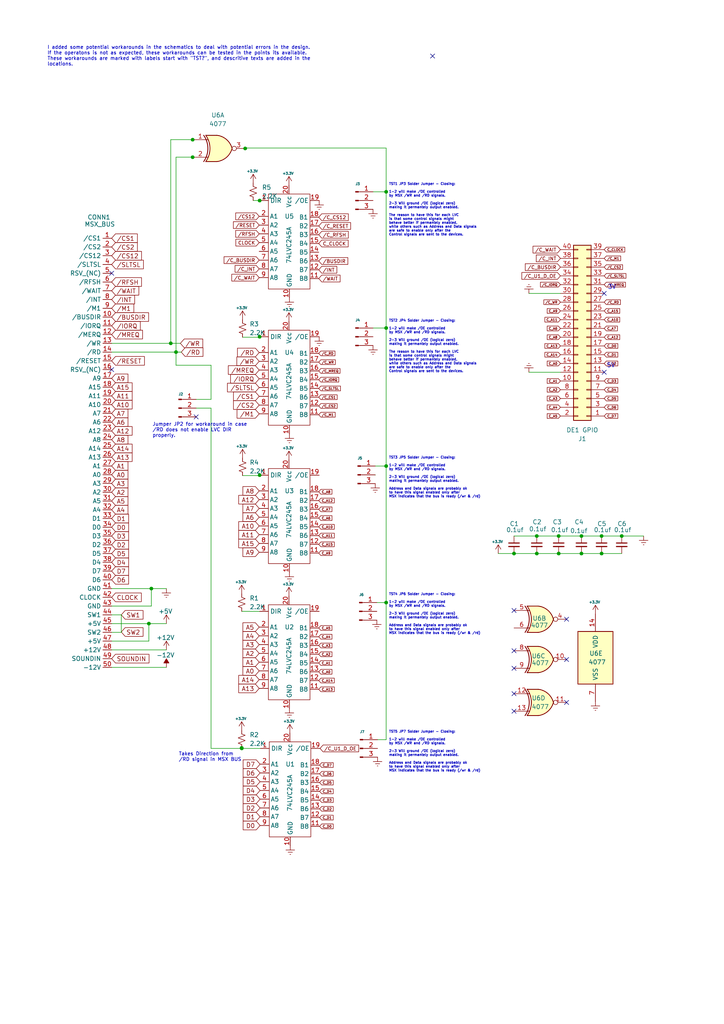
<source format=kicad_sch>
(kicad_sch (version 20211123) (generator eeschema)
  (paper "A4" portrait)
  (title_block (title "MSX IDC Adapter") (rev "1.0") (company "RCC") (comment 1 "to 3.3v systems with voltage conversion") (comment 2 "Cartridge for MSX Computers that expose the BUS"))
  (junction (at 155.702 155.448))
  (junction (at 71.1224 43.051))
  (junction (at 168.656 155.448))
  (junction (at 55.8824 40.511))
  (junction (at 162.052 155.448))
  (junction (at 43.18 180.848))
  (junction (at 162.052 160.528))
  (junction (at 180.34 155.448))
  (junction (at 75.311 58.166))
  (junction (at 70.116 216.916))
  (junction (at 112.014 95.123))
  (junction (at 174.498 155.448))
  (junction (at 70.116 217.043))
  (junction (at 49.53 99.568))
  (junction (at 75.311 97.663))
  (junction (at 55.8824 45.591))
  (junction (at 51.054 102.108))
  (junction (at 155.702 160.528))
  (junction (at 112.014 55.626))
  (junction (at 75.311 137.795))
  (junction (at 149.098 160.528))
  (junction (at 112.014 135.1588))
  (junction (at 174.498 160.528))
  (junction (at 70.104 216.916))
  (junction (at 43.9077 170.688))
  (junction (at 112.014 174.752))
  (junction (at 168.656 160.528))
  (no_connect (at 164.338 191.262))
  (no_connect (at 164.338 203.708))
  (no_connect (at 164.338 179.578))
  (no_connect (at 149.098 188.722))
  (no_connect (at 149.098 177.038))
  (no_connect (at 149.098 193.802))
  (no_connect (at 149.098 201.168))
  (no_connect (at 149.098 206.248))
  (no_connect (at 125.476 16.256))
  (no_connect (at 56.896 120.904))
  (no_connect (at 175.26 107.95))
  (no_connect (at 32.385 79.248))
  (no_connect (at 32.385 107.188))
  (no_connect (at 175.26 85.09))
  (wire (pts (xy 70.116 216.916) (xy 70.104 216.916)))
  (wire (pts (xy 43.18 180.848) (xy 43.18 185.928)))
  (wire (pts (xy 49.53 40.4961) (xy 49.53 99.568)))
  (wire (pts (xy 71.1224 42.926) (xy 71.1224 43.051)))
  (wire (pts (xy 168.656 155.448) (xy 174.498 155.448)))
  (wire (pts (xy 108.847 137.795) (xy 108.847 137.6988)))
  (wire (pts (xy 75.311 137.922) (xy 75.311 137.795)))
  (wire (pts (xy 43.9077 175.768) (xy 43.9077 170.688)))
  (wire (pts (xy 43.9077 170.688) (xy 48.26 170.688)))
  (wire (pts (xy 70.116 217.043) (xy 61.214 217.043)))
  (wire (pts (xy 174.498 160.528) (xy 180.34 160.528)))
  (wire (pts (xy 108.847 135.1588) (xy 112.014 135.1588)))
  (wire (pts (xy 70.116 217.043) (xy 70.116 216.916)))
  (wire (pts (xy 162.052 155.448) (xy 168.656 155.448)))
  (wire (pts (xy 51.054 105.918) (xy 51.054 102.108)))
  (wire (pts (xy 108.204 55.626) (xy 112.014 55.626)))
  (wire (pts (xy 49.53 40.4961) (xy 55.8824 40.4961)))
  (wire (pts (xy 168.656 160.528) (xy 174.498 160.528)))
  (wire (pts (xy 149.098 155.448) (xy 155.702 155.448)))
  (wire (pts (xy 162.56 107.95) (xy 153.416 107.95)))
  (wire (pts (xy 51.054 102.108) (xy 52.578 102.108)))
  (wire (pts (xy 155.702 155.448) (xy 162.052 155.448)))
  (wire (pts (xy 55.8824 45.5761) (xy 55.8824 45.591)))
  (wire (pts (xy 112.014 42.926) (xy 71.1224 42.926)))
  (wire (pts (xy 112.014 214.503) (xy 109.5184 214.503)))
  (wire (pts (xy 32.385 193.548) (xy 48.26 193.548)))
  (wire (pts (xy 55.8824 40.4961) (xy 55.8824 40.511)))
  (wire (pts (xy 51.054 45.5761) (xy 55.8824 45.5761)))
  (wire (pts (xy 56.896 118.364) (xy 61.214 118.364)))
  (wire (pts (xy 32.385 188.468) (xy 48.26 188.468)))
  (wire (pts (xy 162.56 85.09) (xy 153.416 85.09)))
  (wire (pts (xy 35.1862 183.388) (xy 32.385 183.388)))
  (wire (pts (xy 174.498 155.448) (xy 180.34 155.448)))
  (wire (pts (xy 51.054 45.5761) (xy 51.054 102.108)))
  (wire (pts (xy 32.385 178.308) (xy 35.1862 178.308)))
  (wire (pts (xy 32.385 99.568) (xy 49.53 99.568)))
  (wire (pts (xy 112.014 135.1588) (xy 112.014 174.752)))
  (wire (pts (xy 43.18 180.848) (xy 48.26 180.848)))
  (wire (pts (xy 180.34 155.448) (xy 186.69 155.448)))
  (wire (pts (xy 61.214 115.824) (xy 61.214 105.918)))
  (wire (pts (xy 112.014 42.926) (xy 112.014 55.626)))
  (wire (pts (xy 109.3105 174.752) (xy 112.014 174.752)))
  (wire (pts (xy 112.014 95.123) (xy 112.014 135.1588)))
  (wire (pts (xy 155.702 160.528) (xy 162.052 160.528)))
  (wire (pts (xy 32.385 175.768) (xy 43.9077 175.768)))
  (wire (pts (xy 70.104 177.292) (xy 75.311 177.292)))
  (wire (pts (xy 32.385 170.688) (xy 43.9077 170.688)))
  (wire (pts (xy 32.385 185.928) (xy 43.18 185.928)))
  (wire (pts (xy 108.204 95.123) (xy 112.014 95.123)))
  (wire (pts (xy 112.014 174.752) (xy 112.014 214.503)))
  (wire (pts (xy 49.53 99.568) (xy 52.324 99.568)))
  (wire (pts (xy 32.385 180.848) (xy 43.18 180.848)))
  (wire (pts (xy 75.311 97.79) (xy 75.311 97.663)))
  (wire (pts (xy 75.565 217.043) (xy 70.116 217.043)))
  (wire (pts (xy 144.526 160.528) (xy 149.098 160.528)))
  (wire (pts (xy 35.1862 178.308) (xy 35.1862 183.388)))
  (wire (pts (xy 75.311 58.1557) (xy 75.311 58.166)))
  (wire (pts (xy 61.214 105.918) (xy 51.054 105.918)))
  (wire (pts (xy 149.098 160.528) (xy 155.702 160.528)))
  (wire (pts (xy 70.358 97.79) (xy 75.311 97.79)))
  (wire (pts (xy 61.214 118.364) (xy 61.214 217.043)))
  (wire (pts (xy 73.4493 58.1557) (xy 75.311 58.1557)))
  (wire (pts (xy 70.358 137.922) (xy 75.311 137.922)))
  (wire (pts (xy 56.896 115.824) (xy 61.214 115.824)))
  (wire (pts (xy 32.385 102.108) (xy 51.054 102.108)))
  (wire (pts (xy 112.014 55.626) (xy 112.014 95.123)))
  (wire (pts (xy 162.052 160.528) (xy 168.656 160.528)))
  (text "I added some potential workarounds in the schematics to deal with potential errors in the design.\nIf the operatons is not as expected, these workarounds can be tested in the points its available.\nThese workarounds are marked with labels start with \"TST?\", and descritive texts are added in the\nlocations." (at 13.716 19.304 0) (effects (font (size 1 1)) (justify left bottom)))
  (text "TST4 JP6 Solder Jumper - Closing:\n\n1-2 will make /OE controlled\nby MSX /WR and /RD signals.\n\n2-3 Will ground /OE (logical zero)\nmaking it permantely output enabled.\n\nAddress and Data signals are probably ok\nto have this signal enabled only after \nMSX indicates that the bus is ready (/wr & /rd)" (at 112.776 184.15 0) (effects (font (size 0.7 0.7)) (justify left bottom)))
  (text "TST1 JP3 Solder Jumper - Closing:\n\n1-2 will make /OE controlled\nby MSX /WR and /RD signals.\n\n2-3 Will ground /OE (logical zero)\nmaking it permantely output enabled.\n\nThe reason to have this for each LVC \nis that some control signals might \nbehave better if permantely enabled,\nwhile others such as Address and Data signals\nare safe to enable only after the \nControl signals are sent to the devices." (at 112.776 68.58 0) (effects (font (size 0.7 0.7)) (justify left bottom)))
  (text "TST3 JP5 Solder Jumper - Closing:\n\n1-2 will make /OE controlled\nby MSX /WR and /RD signals.\n\n2-3 Will ground /OE (logical zero)\nmaking it permantely output enabled.\n\nAddress and Data signals are probably ok\nto have this signal enabled only after \nMSX indicates that the bus is ready (/wr & /rd)" (at 112.776 144.526 0) (effects (font (size 0.7 0.7)) (justify left bottom)))
  (text "TST2 JP4 Solder Jumper - Closing:\n\n1-2 will make /OE controlled\nby MSX /WR and /RD signals.\n\n2-3 Will ground /OE (logical zero)\nmaking it permantely output enabled.\n\nThe reason to have this for each LVC \nis that some control signals might \nbehave better if permantely enabled,\nwhile others such as Address and Data signals\nare safe to enable only after the \nControl signals are sent to the devices." (at 112.776 108.204 0) (effects (font (size 0.7 0.7)) (justify left bottom)))
  (text "Jumper JP2 for workaround in case\n/RD does not enable LVC DIR\nproperly." (at 44.196 127 0) (effects (font (size 1 1)) (justify left bottom)))
  (text "Takes Direction from \n/RD signal in MSX BUS" (at 51.816 220.98 0) (effects (font (size 1 1)) (justify left bottom)))
  (text "3V" (at 178.7663 84.1173 180) (effects (font (size 1.27 1.27)) (justify right bottom)))
  (text "TST5 JP7 Solder Jumper - Closing:\n\n1-2 will make /OE controlled\nby MSX /WR and /RD signals.\n\n2-3 Will ground /OE (logical zero)\nmaking it permantely output enabled.\n\nAddress and Data signals are probably ok\nto have this signal enabled only after \nMSX indicates that the bus is ready (/wr & /rd)" (at 112.776 224.028 0) (effects (font (size 0.7 0.7)) (justify left bottom)))
  (text "5V" (at 178.4689 106.8484 180) (effects (font (size 1.27 1.27)) (justify right bottom)))
  (global_label "C_D5" (shape input) (at 175.26 115.57 0) (effects (font (size 0.7 0.7))) (property "Intersheet References" "${INTERSHEET_REFS}" (effects hide)))
  (global_label "{slash}C_SLTSL" (shape input) (at 175.26 80.01 0) (effects (font (size 0.7 0.7))) (property "Intersheet References" "${INTERSHEET_REFS}" (effects hide)))
  (global_label "{slash}C_RFSH" (shape input) (at 92.456 68.072 0) (effects (font (size 1 1))) (property "Intersheet References" "${INTERSHEET_REFS}" (effects hide)))
  (global_label "D4" (shape input) (at 32.385 163.068 0) (property "Intersheet References" "${INTERSHEET_REFS}" (effects hide)))
  (global_label "A9" (shape input) (at 75.184 160.147 180) (property "Intersheet References" "${INTERSHEET_REFS}" (effects hide)))
  (global_label "{slash}MREQ" (shape input) (at 75.184 107.315 180) (property "Intersheet References" "${INTERSHEET_REFS}" (effects hide)))
  (global_label "{slash}C_RD" (shape input) (at 92.456 102.489 0) (effects (font (size 0.7 0.7))) (property "Intersheet References" "${INTERSHEET_REFS}" (effects hide)))
  (global_label "{slash}C_WAIT" (shape input) (at 75.184 80.518 180) (effects (font (size 1 1))) (property "Intersheet References" "${INTERSHEET_REFS}" (effects hide)))
  (global_label "C_A13" (shape input) (at 92.456 199.898 0) (effects (font (size 0.7 0.7))) (property "Intersheet References" "${INTERSHEET_REFS}" (effects hide)))
  (global_label "{slash}C_CS1" (shape input) (at 92.456 115.189 0) (effects (font (size 0.7 0.7))) (property "Intersheet References" "${INTERSHEET_REFS}" (effects hide)))
  (global_label "{slash}C_M1" (shape input) (at 175.26 74.93 0) (effects (font (size 0.7 0.7))) (property "Intersheet References" "${INTERSHEET_REFS}" (effects hide)))
  (global_label "A11" (shape input) (at 32.385 114.808 0) (property "Intersheet References" "${INTERSHEET_REFS}" (effects hide)))
  (global_label "C_A6" (shape input) (at 92.456 150.241 0) (effects (font (size 0.7 0.7))) (property "Intersheet References" "${INTERSHEET_REFS}" (effects hide)))
  (global_label "C_A7" (shape input) (at 175.26 95.25 0) (effects (font (size 0.7 0.7))) (property "Intersheet References" "${INTERSHEET_REFS}" (effects hide)))
  (global_label "{slash}C_INT" (shape input) (at 75.184 77.978 180) (effects (font (size 1 1))) (property "Intersheet References" "${INTERSHEET_REFS}" (effects hide)))
  (global_label "C_A4" (shape input) (at 162.56 118.11 180) (effects (font (size 0.7 0.7))) (property "Intersheet References" "${INTERSHEET_REFS}" (effects hide)))
  (global_label "{slash}WAIT" (shape input) (at 32.385 84.328 0) (property "Intersheet References" "${INTERSHEET_REFS}" (effects hide)))
  (global_label "{slash}C_CS2" (shape input) (at 175.26 77.47 0) (effects (font (size 0.7 0.7))) (property "Intersheet References" "${INTERSHEET_REFS}" (effects hide)))
  (global_label "D5" (shape input) (at 32.385 160.528 0) (property "Intersheet References" "${INTERSHEET_REFS}" (effects hide)))
  (global_label "D5" (shape input) (at 75.438 226.695 180) (property "Intersheet References" "${INTERSHEET_REFS}" (effects hide)))
  (global_label "C_A0" (shape input) (at 162.56 105.41 180) (effects (font (size 0.7 0.7))) (property "Intersheet References" "${INTERSHEET_REFS}" (effects hide)))
  (global_label "C_A2" (shape input) (at 162.56 113.03 180) (effects (font (size 0.7 0.7))) (property "Intersheet References" "${INTERSHEET_REFS}" (effects hide)))
  (global_label "A13" (shape input) (at 32.385 132.588 0) (property "Intersheet References" "${INTERSHEET_REFS}" (effects hide)))
  (global_label "C_D0" (shape input) (at 92.71 239.649 0) (effects (font (size 0.7 0.7))) (property "Intersheet References" "${INTERSHEET_REFS}" (effects hide)))
  (global_label "C_D0" (shape input) (at 175.26 100.33 0) (effects (font (size 0.7 0.7))) (property "Intersheet References" "${INTERSHEET_REFS}" (effects hide)))
  (global_label "{slash}C_SLTSL" (shape input) (at 92.456 112.649 0) (effects (font (size 0.7 0.7))) (property "Intersheet References" "${INTERSHEET_REFS}" (effects hide)))
  (global_label "{slash}MREQ" (shape input) (at 32.385 97.028 0) (property "Intersheet References" "${INTERSHEET_REFS}" (effects hide)))
  (global_label "{slash}RFSH" (shape input) (at 75.184 67.818 180) (effects (font (size 1 1))) (property "Intersheet References" "${INTERSHEET_REFS}" (effects hide)))
  (global_label "{slash}C_U1_D_OE" (shape input) (at 162.56 80.01 180) (effects (font (size 1 1))) (property "Intersheet References" "${INTERSHEET_REFS}" (effects hide)))
  (global_label "C_D7" (shape input) (at 92.71 221.869 0) (effects (font (size 0.7 0.7))) (property "Intersheet References" "${INTERSHEET_REFS}" (effects hide)))
  (global_label "{slash}CS2" (shape input) (at 32.385 71.628 0) (property "Intersheet References" "${INTERSHEET_REFS}" (effects hide)))
  (global_label "D7" (shape input) (at 32.385 165.608 0) (property "Intersheet References" "${INTERSHEET_REFS}" (effects hide)))
  (global_label "A5" (shape input) (at 32.385 145.288 0) (property "Intersheet References" "${INTERSHEET_REFS}" (effects hide)))
  (global_label "{slash}C_WR" (shape input) (at 92.456 105.029 0) (effects (font (size 0.7 0.7))) (property "Intersheet References" "${INTERSHEET_REFS}" (effects hide)))
  (global_label "{slash}C_IORQ" (shape input) (at 162.56 82.55 180) (effects (font (size 0.7 0.7))) (property "Intersheet References" "${INTERSHEET_REFS}" (effects hide)))
  (global_label "C_A12" (shape input) (at 92.456 145.161 0) (effects (font (size 0.7 0.7))) (property "Intersheet References" "${INTERSHEET_REFS}" (effects hide)))
  (global_label "A1" (shape input) (at 75.184 192.024 180) (property "Intersheet References" "${INTERSHEET_REFS}" (effects hide)))
  (global_label "C_A10" (shape input) (at 175.26 92.71 0) (effects (font (size 0.7 0.7))) (property "Intersheet References" "${INTERSHEET_REFS}" (effects hide)))
  (global_label "C_A9" (shape input) (at 162.56 90.17 180) (effects (font (size 0.7 0.7))) (property "Intersheet References" "${INTERSHEET_REFS}" (effects hide)))
  (global_label "{slash}RD" (shape input) (at 52.578 102.108 0) (property "Intersheet References" "${INTERSHEET_REFS}" (effects hide)))
  (global_label "A7" (shape input) (at 32.385 119.888 0) (property "Intersheet References" "${INTERSHEET_REFS}" (effects hide)))
  (global_label "{slash}C_BUSDIR" (shape input) (at 75.184 75.438 180) (effects (font (size 1 1))) (property "Intersheet References" "${INTERSHEET_REFS}" (effects hide)))
  (global_label "{slash}C_WR" (shape input) (at 162.56 87.63 180) (effects (font (size 0.7 0.7))) (property "Intersheet References" "${INTERSHEET_REFS}" (effects hide)))
  (global_label "A10" (shape input) (at 75.184 152.527 180) (property "Intersheet References" "${INTERSHEET_REFS}" (effects hide)))
  (global_label "{slash}CS2" (shape input) (at 75.184 117.475 180) (property "Intersheet References" "${INTERSHEET_REFS}" (effects hide)))
  (global_label "C_D5" (shape input) (at 92.71 226.949 0) (effects (font (size 0.7 0.7))) (property "Intersheet References" "${INTERSHEET_REFS}" (effects hide)))
  (global_label "C_A8" (shape input) (at 92.456 142.621 0) (effects (font (size 0.7 0.7))) (property "Intersheet References" "${INTERSHEET_REFS}" (effects hide)))
  (global_label "C_A8" (shape input) (at 162.56 97.79 180) (effects (font (size 0.7 0.7))) (property "Intersheet References" "${INTERSHEET_REFS}" (effects hide)))
  (global_label "D6" (shape input) (at 75.438 224.155 180) (property "Intersheet References" "${INTERSHEET_REFS}" (effects hide)))
  (global_label "D3" (shape input) (at 75.438 231.775 180) (property "Intersheet References" "${INTERSHEET_REFS}" (effects hide)))
  (global_label "D0" (shape input) (at 75.438 239.395 180) (property "Intersheet References" "${INTERSHEET_REFS}" (effects hide)))
  (global_label "C_A15" (shape input) (at 175.26 90.17 0) (effects (font (size 0.7 0.7))) (property "Intersheet References" "${INTERSHEET_REFS}" (effects hide)))
  (global_label "SW1" (shape input) (at 35.1862 178.308 0) (property "Intersheet References" "${INTERSHEET_REFS}" (effects hide)))
  (global_label "C_D2" (shape input) (at 92.71 234.569 0) (effects (font (size 0.7 0.7))) (property "Intersheet References" "${INTERSHEET_REFS}" (effects hide)))
  (global_label "C_CLOCK" (shape input) (at 92.456 70.612 0) (effects (font (size 1 1))) (property "Intersheet References" "${INTERSHEET_REFS}" (effects hide)))
  (global_label "A9" (shape input) (at 32.385 109.728 0) (property "Intersheet References" "${INTERSHEET_REFS}" (effects hide)))
  (global_label "C_A3" (shape input) (at 162.56 115.57 180) (effects (font (size 0.7 0.7))) (property "Intersheet References" "${INTERSHEET_REFS}" (effects hide)))
  (global_label "A15" (shape input) (at 75.184 157.607 180) (property "Intersheet References" "${INTERSHEET_REFS}" (effects hide)))
  (global_label "C_D3" (shape input) (at 175.26 110.49 0) (effects (font (size 0.7 0.7))) (property "Intersheet References" "${INTERSHEET_REFS}" (effects hide)))
  (global_label "A12" (shape input) (at 32.385 124.968 0) (property "Intersheet References" "${INTERSHEET_REFS}" (effects hide)))
  (global_label "C_A6" (shape input) (at 162.56 95.25 180) (effects (font (size 0.7 0.7))) (property "Intersheet References" "${INTERSHEET_REFS}" (effects hide)))
  (global_label "C_A12" (shape input) (at 175.26 97.79 0) (effects (font (size 0.7 0.7))) (property "Intersheet References" "${INTERSHEET_REFS}" (effects hide)))
  (global_label "CLOCK" (shape input) (at 75.184 70.358 180) (effects (font (size 1 1))) (property "Intersheet References" "${INTERSHEET_REFS}" (effects hide)))
  (global_label "{slash}INT" (shape input) (at 92.456 78.232 0) (effects (font (size 1 1))) (property "Intersheet References" "${INTERSHEET_REFS}" (effects hide)))
  (global_label "C_A4" (shape input) (at 92.456 184.658 0) (effects (font (size 0.7 0.7))) (property "Intersheet References" "${INTERSHEET_REFS}" (effects hide)))
  (global_label "C_A2" (shape input) (at 92.456 189.738 0) (effects (font (size 0.7 0.7))) (property "Intersheet References" "${INTERSHEET_REFS}" (effects hide)))
  (global_label "{slash}C_INT" (shape input) (at 162.56 74.93 180) (effects (font (size 1 1))) (property "Intersheet References" "${INTERSHEET_REFS}" (effects hide)))
  (global_label "{slash}CS12" (shape input) (at 75.184 62.738 180) (effects (font (size 1 1))) (property "Intersheet References" "${INTERSHEET_REFS}" (effects hide)))
  (global_label "{slash}WR" (shape input) (at 75.184 104.775 180) (property "Intersheet References" "${INTERSHEET_REFS}" (effects hide)))
  (global_label "A6" (shape input) (at 75.184 149.987 180) (property "Intersheet References" "${INTERSHEET_REFS}" (effects hide)))
  (global_label "{slash}M1" (shape input) (at 32.385 89.408 0) (property "Intersheet References" "${INTERSHEET_REFS}" (effects hide)))
  (global_label "{slash}CS1" (shape input) (at 32.385 69.088 0) (property "Intersheet References" "${INTERSHEET_REFS}" (effects hide)))
  (global_label "C_D2" (shape input) (at 175.26 105.41 0) (effects (font (size 0.7 0.7))) (property "Intersheet References" "${INTERSHEET_REFS}" (effects hide)))
  (global_label "A6" (shape input) (at 32.385 122.428 0) (property "Intersheet References" "${INTERSHEET_REFS}" (effects hide)))
  (global_label "{slash}C_MREQ" (shape input) (at 175.26 82.55 0) (effects (font (size 0.7 0.7))) (property "Intersheet References" "${INTERSHEET_REFS}" (effects hide)))
  (global_label "A3" (shape input) (at 75.184 186.944 180) (property "Intersheet References" "${INTERSHEET_REFS}" (effects hide)))
  (global_label "D6" (shape input) (at 32.385 168.148 0) (property "Intersheet References" "${INTERSHEET_REFS}" (effects hide)))
  (global_label "A11" (shape input) (at 75.184 155.067 180) (property "Intersheet References" "${INTERSHEET_REFS}" (effects hide)))
  (global_label "{slash}CS12" (shape input) (at 32.385 74.168 0) (property "Intersheet References" "${INTERSHEET_REFS}" (effects hide)))
  (global_label "D0" (shape input) (at 32.385 152.908 0) (property "Intersheet References" "${INTERSHEET_REFS}" (effects hide)))
  (global_label "C_A11" (shape input) (at 92.456 155.321 0) (effects (font (size 0.7 0.7))) (property "Intersheet References" "${INTERSHEET_REFS}" (effects hide)))
  (global_label "A14" (shape input) (at 75.184 197.104 180) (property "Intersheet References" "${INTERSHEET_REFS}" (effects hide)))
  (global_label "{slash}WR" (shape input) (at 52.324 99.568 0) (property "Intersheet References" "${INTERSHEET_REFS}" (effects hide)))
  (global_label "{slash}C_MREQ" (shape input) (at 92.456 107.569 0) (effects (font (size 0.7 0.7))) (property "Intersheet References" "${INTERSHEET_REFS}" (effects hide)))
  (global_label "C_D3" (shape input) (at 92.71 232.029 0) (effects (font (size 0.7 0.7))) (property "Intersheet References" "${INTERSHEET_REFS}" (effects hide)))
  (global_label "A3" (shape input) (at 32.385 140.208 0) (property "Intersheet References" "${INTERSHEET_REFS}" (effects hide)))
  (global_label "CLOCK" (shape input) (at 32.385 173.228 0) (property "Intersheet References" "${INTERSHEET_REFS}" (effects hide)))
  (global_label "A2" (shape input) (at 32.385 142.748 0) (property "Intersheet References" "${INTERSHEET_REFS}" (effects hide)))
  (global_label "A15" (shape input) (at 32.385 112.268 0) (property "Intersheet References" "${INTERSHEET_REFS}" (effects hide)))
  (global_label "A0" (shape input) (at 75.184 194.564 180) (property "Intersheet References" "${INTERSHEET_REFS}" (effects hide)))
  (global_label "A8" (shape input) (at 75.184 142.367 180) (property "Intersheet References" "${INTERSHEET_REFS}" (effects hide)))
  (global_label "C_A0" (shape input) (at 92.456 194.818 0) (effects (font (size 0.7 0.7))) (property "Intersheet References" "${INTERSHEET_REFS}" (effects hide)))
  (global_label "D2" (shape input) (at 75.438 234.315 180) (property "Intersheet References" "${INTERSHEET_REFS}" (effects hide)))
  (global_label "A10" (shape input) (at 32.385 117.348 0) (property "Intersheet References" "${INTERSHEET_REFS}" (effects hide)))
  (global_label "A14" (shape input) (at 32.385 130.048 0) (property "Intersheet References" "${INTERSHEET_REFS}" (effects hide)))
  (global_label "{slash}C_RESET" (shape input) (at 92.456 65.532 0) (effects (font (size 1 1))) (property "Intersheet References" "${INTERSHEET_REFS}" (effects hide)))
  (global_label "A5" (shape input) (at 75.184 181.864 180) (property "Intersheet References" "${INTERSHEET_REFS}" (effects hide)))
  (global_label "{slash}BUSDIR" (shape input) (at 32.385 91.948 0) (property "Intersheet References" "${INTERSHEET_REFS}" (effects hide)))
  (global_label "{slash}C_M1" (shape input) (at 92.456 120.269 0) (effects (font (size 0.7 0.7))) (property "Intersheet References" "${INTERSHEET_REFS}" (effects hide)))
  (global_label "{slash}IORQ" (shape input) (at 75.184 109.855 180) (property "Intersheet References" "${INTERSHEET_REFS}" (effects hide)))
  (global_label "{slash}C_RD" (shape input) (at 175.26 87.63 0) (effects (font (size 0.7 0.7))) (property "Intersheet References" "${INTERSHEET_REFS}" (effects hide)))
  (global_label "C_D1" (shape input) (at 175.26 102.87 0) (effects (font (size 0.7 0.7))) (property "Intersheet References" "${INTERSHEET_REFS}" (effects hide)))
  (global_label "C_A1" (shape input) (at 162.56 110.49 180) (effects (font (size 0.7 0.7))) (property "Intersheet References" "${INTERSHEET_REFS}" (effects hide)))
  (global_label "C_D4" (shape input) (at 92.71 229.489 0) (effects (font (size 0.7 0.7))) (property "Intersheet References" "${INTERSHEET_REFS}" (effects hide)))
  (global_label "A12" (shape input) (at 75.184 144.907 180) (property "Intersheet References" "${INTERSHEET_REFS}" (effects hide)))
  (global_label "C_D7" (shape input) (at 175.26 120.65 0) (effects (font (size 0.7 0.7))) (property "Intersheet References" "${INTERSHEET_REFS}" (effects hide)))
  (global_label "{slash}C_CS12" (shape input) (at 92.456 62.992 0) (effects (font (size 1 1))) (property "Intersheet References" "${INTERSHEET_REFS}" (effects hide)))
  (global_label "{slash}RFSH" (shape input) (at 32.385 81.788 0) (property "Intersheet References" "${INTERSHEET_REFS}" (effects hide)))
  (global_label "C_A1" (shape input) (at 92.456 192.278 0) (effects (font (size 0.7 0.7))) (property "Intersheet References" "${INTERSHEET_REFS}" (effects hide)))
  (global_label "A0" (shape input) (at 32.385 137.668 0) (property "Intersheet References" "${INTERSHEET_REFS}" (effects hide)))
  (global_label "D7" (shape input) (at 75.438 221.615 180) (property "Intersheet References" "${INTERSHEET_REFS}" (effects hide)))
  (global_label "C_A7" (shape input) (at 92.456 147.701 0) (effects (font (size 0.7 0.7))) (property "Intersheet References" "${INTERSHEET_REFS}" (effects hide)))
  (global_label "{slash}RESET" (shape input) (at 32.385 104.648 0) (property "Intersheet References" "${INTERSHEET_REFS}" (effects hide)))
  (global_label "A2" (shape input) (at 75.184 189.484 180) (property "Intersheet References" "${INTERSHEET_REFS}" (effects hide)))
  (global_label "C_D1" (shape input) (at 92.71 237.109 0) (effects (font (size 0.7 0.7))) (property "Intersheet References" "${INTERSHEET_REFS}" (effects hide)))
  (global_label "C_A10" (shape input) (at 92.456 152.781 0) (effects (font (size 0.7 0.7))) (property "Intersheet References" "${INTERSHEET_REFS}" (effects hide)))
  (global_label "A13" (shape input) (at 75.184 199.644 180) (property "Intersheet References" "${INTERSHEET_REFS}" (effects hide)))
  (global_label "{slash}M1" (shape input) (at 75.184 120.015 180) (property "Intersheet References" "${INTERSHEET_REFS}" (effects hide)))
  (global_label "D3" (shape input) (at 32.385 155.448 0) (property "Intersheet References" "${INTERSHEET_REFS}" (effects hide)))
  (global_label "{slash}SLTSL" (shape input) (at 75.184 112.395 180) (property "Intersheet References" "${INTERSHEET_REFS}" (effects hide)))
  (global_label "C_D4" (shape input) (at 175.26 113.03 0) (effects (font (size 0.7 0.7))) (property "Intersheet References" "${INTERSHEET_REFS}" (effects hide)))
  (global_label "D2" (shape input) (at 32.385 157.988 0) (property "Intersheet References" "${INTERSHEET_REFS}" (effects hide)))
  (global_label "C_A14" (shape input) (at 162.56 102.87 180) (effects (font (size 0.7 0.7))) (property "Intersheet References" "${INTERSHEET_REFS}" (effects hide)))
  (global_label "{slash}WAIT" (shape input) (at 92.456 80.772 0) (effects (font (size 1 1))) (property "Intersheet References" "${INTERSHEET_REFS}" (effects hide)))
  (global_label "A1" (shape input) (at 32.385 135.128 0) (property "Intersheet References" "${INTERSHEET_REFS}" (effects hide)))
  (global_label "C_A5" (shape input) (at 162.56 120.65 180) (effects (font (size 0.7 0.7))) (property "Intersheet References" "${INTERSHEET_REFS}" (effects hide)))
  (global_label "C_A9" (shape input) (at 92.456 160.401 0) (effects (font (size 0.7 0.7))) (property "Intersheet References" "${INTERSHEET_REFS}" (effects hide)))
  (global_label "C_D6" (shape input) (at 175.26 118.11 0) (effects (font (size 0.7 0.7))) (property "Intersheet References" "${INTERSHEET_REFS}" (effects hide)))
  (global_label "{slash}C_WAIT" (shape input) (at 162.56 72.39 180) (effects (font (size 1 1))) (property "Intersheet References" "${INTERSHEET_REFS}" (effects hide)))
  (global_label "A8" (shape input) (at 32.385 127.508 0) (property "Intersheet References" "${INTERSHEET_REFS}" (effects hide)))
  (global_label "{slash}RD" (shape input) (at 75.184 102.235 180) (property "Intersheet References" "${INTERSHEET_REFS}" (effects hide)))
  (global_label "{slash}C_BUSDIR" (shape input) (at 162.56 77.47 180) (effects (font (size 1 1))) (property "Intersheet References" "${INTERSHEET_REFS}" (effects hide)))
  (global_label "D1" (shape input) (at 75.438 236.855 180) (property "Intersheet References" "${INTERSHEET_REFS}" (effects hide)))
  (global_label "C_A14" (shape input) (at 92.456 197.358 0) (effects (font (size 0.7 0.7))) (property "Intersheet References" "${INTERSHEET_REFS}" (effects hide)))
  (global_label "C_A11" (shape input) (at 162.56 92.71 180) (effects (font (size 0.7 0.7))) (property "Intersheet References" "${INTERSHEET_REFS}" (effects hide)))
  (global_label "{slash}IORQ" (shape input) (at 32.385 94.488 0) (property "Intersheet References" "${INTERSHEET_REFS}" (effects hide)))
  (global_label "C_D6" (shape input) (at 92.71 224.409 0) (effects (font (size 0.7 0.7))) (property "Intersheet References" "${INTERSHEET_REFS}" (effects hide)))
  (global_label "{slash}C_IORQ" (shape input) (at 92.456 110.109 0) (effects (font (size 0.7 0.7))) (property "Intersheet References" "${INTERSHEET_REFS}" (effects hide)))
  (global_label "C_CLOCK" (shape input) (at 175.26 72.39 0) (effects (font (size 0.7 0.7))) (property "Intersheet References" "${INTERSHEET_REFS}" (effects hide)))
  (global_label "{slash}CS1" (shape input) (at 75.184 114.935 180) (property "Intersheet References" "${INTERSHEET_REFS}" (effects hide)))
  (global_label "{slash}SLTSL" (shape input) (at 32.385 76.708 0) (property "Intersheet References" "${INTERSHEET_REFS}" (effects hide)))
  (global_label "{slash}BUSDIR" (shape input) (at 92.456 75.692 0) (effects (font (size 1 1))) (property "Intersheet References" "${INTERSHEET_REFS}" (effects hide)))
  (global_label "A7" (shape input) (at 75.184 147.447 180) (property "Intersheet References" "${INTERSHEET_REFS}" (effects hide)))
  (global_label "D1" (shape input) (at 32.385 150.368 0) (property "Intersheet References" "${INTERSHEET_REFS}" (effects hide)))
  (global_label "C_A13" (shape input) (at 162.56 100.33 180) (effects (font (size 0.7 0.7))) (property "Intersheet References" "${INTERSHEET_REFS}" (effects hide)))
  (global_label "C_A3" (shape input) (at 92.456 187.198 0) (effects (font (size 0.7 0.7))) (property "Intersheet References" "${INTERSHEET_REFS}" (effects hide)))
  (global_label "C_A15" (shape input) (at 92.456 157.861 0) (effects (font (size 0.7 0.7))) (property "Intersheet References" "${INTERSHEET_REFS}" (effects hide)))
  (global_label "D4" (shape input) (at 75.438 229.235 180) (property "Intersheet References" "${INTERSHEET_REFS}" (effects hide)))
  (global_label "A4" (shape input) (at 32.385 147.828 0) (property "Intersheet References" "${INTERSHEET_REFS}" (effects hide)))
  (global_label "{slash}C_CS2" (shape input) (at 92.456 117.729 0) (effects (font (size 0.7 0.7))) (property "Intersheet References" "${INTERSHEET_REFS}" (effects hide)))
  (global_label "C_A5" (shape input) (at 92.456 182.118 0) (effects (font (size 0.7 0.7))) (property "Intersheet References" "${INTERSHEET_REFS}" (effects hide)))
  (global_label "{slash}RESET" (shape input) (at 75.184 65.278 180) (effects (font (size 1 1))) (property "Intersheet References" "${INTERSHEET_REFS}" (effects hide)))
  (global_label "SW2" (shape input) (at 35.1862 183.2825 0) (property "Intersheet References" "${INTERSHEET_REFS}" (effects hide)))
  (global_label "A4" (shape input) (at 75.184 184.404 180) (property "Intersheet References" "${INTERSHEET_REFS}" (effects hide)))
  (global_label "{slash}C_U1_D_OE" (shape input) (at 92.837 217.043 0) (effects (font (size 1 1))) (property "Intersheet References" "${INTERSHEET_REFS}" (effects hide)))
  (global_label "SOUNDIN" (shape input) (at 32.385 191.008 0) (property "Intersheet References" "${INTERSHEET_REFS}" (effects hide)))
  (global_label "{slash}INT" (shape input) (at 32.385 86.868 0) (property "Intersheet References" "${INTERSHEET_REFS}" (effects hide)))
  (symbol (lib_id "power:GNDREF") (at 172.72 203.454 0) (unit 1)
    (property "Reference" "#PWR0108" (effects hide))
    (property "Value" "GNDREF" (effects hide))
  )
  (symbol (lib_id "4xxx:4077") (at 156.718 179.578 0) (unit 2)
    (property "Reference" "U6" (at 156.464 179.324 0))
    (property "Value" "4077" (at 156.464 181.356 0))
    (property "Footprint" "Package_DIP:DIP-14_W7.62mm" (effects hide))
    (property "Datasheet" "http://www.intersil.com/content/dam/Intersil/documents/cd40/cd4076bms.pdf" (effects hide))
  )
  (symbol (lib_id "power:GNDREF") (at 83.947 165.989 0) (unit 1)
    (property "Reference" "#PWR018" (effects hide))
    (property "Value" "GNDREF" (effects hide))
  )
  (symbol (lib_id "power:GNDREF") (at 109.5184 219.583 0) (unit 1)
    (property "Reference" "#PWR0104" (effects hide))
    (property "Value" "GNDREF" (effects hide))
  )
  (symbol (lib_id "power:-12V") (at 48.26 193.548 0) (unit 1)
    (property "Reference" "#PWR04" (effects hide))
    (property "Value" "-12V" (at 48.006 189.992 0))
  )
  (symbol (lib_id "power:+3.3V") (at 172.72 178.054 0) (unit 1)
    (property "Reference" "#PWR0107" (effects hide))
    (property "Value" "+3.3V" (at 172.466 174.625 0) (effects (font (size 0.7 0.7))))
  )
  (symbol (lib_id "power:GNDREF") (at 108.204 100.203 0) (unit 1)
    (property "Reference" "#PWR0105" (effects hide))
    (property "Value" "GNDREF" (effects hide))
  )
  (symbol (lib_id "power:GNDREF") (at 108.204 60.706 0) (unit 1)
    (property "Reference" "#PWR0106" (effects hide))
    (property "Value" "GNDREF" (effects hide))
  )
  (symbol (lib_id "power:+5V") (at 48.26 180.848 0) (unit 1)
    (property "Reference" "#PWR02" (effects hide))
    (property "Value" "+5V" (at 48.006 177.292 0))
  )
  (symbol (lib_id "power:+3.3V") (at 84.074 212.598 0) (unit 1)
    (property "Reference" "#PWR020" (effects hide))
    (property "Value" "+3.3V" (at 83.82 209.169 0) (effects (font (size 0.7 0.7))))
  )
  (symbol (lib_id "4xxx:4077") (at 172.72 190.754 0) (unit 5)
    (property "Reference" "U6" (at 170.942 189.484 0) (effects (justify left)))
    (property "Value" "4077" (at 170.688 192.024 0) (effects (justify left)))
    (property "Footprint" "Package_DIP:DIP-14_W7.62mm" (effects hide))
    (property "Datasheet" "http://www.intersil.com/content/dam/Intersil/documents/cd40/cd4076bms.pdf" (effects hide))
  )
  (symbol (lib_id "Device:R_Small_US") (at 70.358 135.382 0) (unit 1)
    (property "Reference" "R4" (at 72.39 134.1119 0) (effects (justify left)))
    (property "Value" "2.2K" (at 72.39 136.6519 0) (effects (justify left)))
    (property "Footprint" "Resistor_THT:R_Axial_DIN0207_L6.3mm_D2.5mm_P7.62mm_Horizontal" (effects hide))
  )
  (symbol (lib_id "power:GNDREF") (at 153.416 85.09 180) (unit 1)
    (property "Reference" "#PWR0101" (effects hide))
    (property "Value" "GNDREF" (effects hide))
  )
  (symbol (lib_id "power:+3.3V") (at 70.358 132.842 0) (unit 1)
    (property "Reference" "#PWR09" (effects hide))
    (property "Value" "+3.3V" (at 70.104 129.413 0) (effects (font (size 0.7 0.7))))
  )
  (symbol (lib_id "Device:C_Small") (at 180.34 157.988 0) (unit 1)
    (property "Reference" "C6" (at 179.07 151.892 0) (effects (justify left)))
    (property "Value" "0.1uf" (at 178.054 153.67 0) (effects (justify left)))
    (property "Footprint" "Capacitor_THT:C_Disc_D3.0mm_W1.6mm_P2.50mm" (effects hide))
  )
  (symbol (lib_id "Connector:Conn_01x03_Male") (at 51.816 118.364 0) (unit 1)
    (property "Reference" "J2" (at 52.451 114.3 0) (effects (font (size 0.7 0.7))))
    (property "Value" "Conn_01x03_Male" (effects hide))
    (property "Footprint" "Connector_PinHeader_2.54mm:PinHeader_1x03_P2.54mm_Vertical" (effects hide))
  )
  (symbol (lib_id "Device:R_Small_US") (at 70.104 214.376 0) (unit 1)
    (property "Reference" "R2" (at 72.39 213.1059 0) (effects (justify left)))
    (property "Value" "2.2K" (at 72.39 215.6459 0) (effects (justify left)))
    (property "Footprint" "Resistor_THT:R_Axial_DIN0207_L6.3mm_D2.5mm_P7.62mm_Horizontal" (effects hide))
  )
  (symbol (lib_id "power:+12V") (at 48.26 188.468 0) (unit 1)
    (property "Reference" "#PWR03" (effects hide))
    (property "Value" "+12V" (at 48.006 184.912 0))
  )
  (symbol (lib_id "Device:C_Small") (at 174.498 157.988 0) (unit 1)
    (property "Reference" "C5" (at 173.228 151.892 0) (effects (justify left)))
    (property "Value" "0.1uf" (at 172.212 153.67 0) (effects (justify left)))
    (property "Footprint" "Capacitor_THT:C_Disc_D3.0mm_W1.6mm_P2.50mm" (effects hide))
  )
  (symbol (lib_id "power:+3.3V") (at 144.526 160.528 0) (unit 1)
    (property "Reference" "#PWR029" (effects hide))
    (property "Value" "+3.3V" (at 144.272 157.099 0) (effects (font (size 0.7 0.7))))
  )
  (symbol (lib_id "4xxx:4077") (at 156.718 203.708 0) (unit 4)
    (property "Reference" "U6" (at 156.21 202.438 0))
    (property "Value" "4077" (at 156.718 204.978 0))
    (property "Footprint" "Package_DIP:DIP-14_W7.62mm" (effects hide))
    (property "Datasheet" "http://www.intersil.com/content/dam/Intersil/documents/cd40/cd4076bms.pdf" (effects hide))
  )
  (symbol (lib_id "Connector_Generic:Conn_02x20_Odd_Even") (at 170.18 97.79 180) (unit 1)
    (property "Reference" "J1" (at 168.91 127.254 0))
    (property "Value" "DE1 GPIO" (at 168.91 124.714 0))
    (property "Footprint" "Connector_PinHeader_2.54mm:PinHeader_2x20_P2.54mm_Vertical" (effects hide))
  )
  (symbol (lib_id "Device:R_Small_US") (at 70.104 174.752 0) (unit 1)
    (property "Reference" "R1" (at 72.39 173.4819 0) (effects (justify left)))
    (property "Value" "2.2K" (at 72.39 176.0219 0) (effects (justify left)))
    (property "Footprint" "Resistor_THT:R_Axial_DIN0207_L6.3mm_D2.5mm_P7.62mm_Horizontal" (effects hide))
  )
  (symbol (lib_id "Connector:Conn_01x03_Male") (at 103.124 97.663 0) (unit 1)
    (property "Reference" "J4" (at 103.759 92.837 0) (effects (font (size 0.7 0.7))))
    (property "Value" "Conn_01x03_Male" (effects hide))
    (property "Footprint" "Connector_PinHeader_2.54mm:PinHeader_1x03_P2.54mm_Vertical" (effects hide))
  )
  (symbol (lib_id "power:+3.3V") (at 70.358 92.71 0) (unit 1)
    (property "Reference" "#PWR08" (effects hide))
    (property "Value" "+3.3V" (at 70.104 89.281 0) (effects (font (size 0.7 0.7))))
  )
  (symbol (lib_id "Device:C_Small") (at 168.656 157.988 0) (unit 1)
    (property "Reference" "C4" (at 166.624 151.384 0) (effects (justify left)))
    (property "Value" "0.1uf" (at 165.354 153.924 0) (effects (justify left)))
    (property "Footprint" "Capacitor_THT:C_Disc_D3.0mm_W1.6mm_P2.50mm" (effects hide))
  )
  (symbol (lib_id "Connector:Conn_01x03_Male") (at 103.124 58.166 0) (unit 1)
    (property "Reference" "J3" (at 103.759 53.34 0) (effects (font (size 0.7 0.7))))
    (property "Value" "Conn_01x03_Male" (effects hide))
    (property "Footprint" "Connector_PinHeader_2.54mm:PinHeader_1x03_P2.54mm_Vertical" (effects hide))
  )
  (symbol (lib_id "power:GNDREF") (at 83.947 205.486 0) (unit 1)
    (property "Reference" "#PWR019" (effects hide))
    (property "Value" "GNDREF" (effects hide))
  )
  (symbol (lib_id "power:+3.3V") (at 83.82 172.847 0) (unit 1)
    (property "Reference" "#PWR015" (effects hide))
    (property "Value" "+3.3V" (at 83.566 169.418 0) (effects (font (size 0.7 0.7))))
  )
  (symbol (lib_id "power:+3.3V") (at 70.104 172.212 0) (unit 1)
    (property "Reference" "#PWR06" (effects hide))
    (property "Value" "+3.3V" (at 69.85 168.783 0) (effects (font (size 0.7 0.7))))
  )
  (symbol (lib_id "Device:R_Small_US") (at 70.358 95.25 0) (unit 1)
    (property "Reference" "R3" (at 72.39 93.9799 0) (effects (justify left)))
    (property "Value" "2.2K" (at 72.39 96.5199 0) (effects (justify left)))
    (property "Footprint" "Resistor_THT:R_Axial_DIN0207_L6.3mm_D2.5mm_P7.62mm_Horizontal" (effects hide))
  )
  (symbol (lib_id "power:GNDREF") (at 153.416 107.95 180) (unit 1)
    (property "Reference" "#PWR030" (effects hide))
    (property "Value" "GNDREF" (effects hide))
  )
  (symbol (lib_name "74LVC245A_1") (lib_id "Roni:74LVC245A") (at 142.494 145.796 0) (unit 1)
    (property "Reference" "U5" (at 82.55 62.738 0) (effects (justify left)))
    (property "Value" "74LVC245A" (at 83.82 76.454 90) (effects (justify left)))
    (property "Footprint" "Package_DIP:DIP-20_W7.62mm" (effects hide))
  )
  (symbol (lib_id "Roni:MSX_BUS") (at 100.33 157.48 0) (unit 1)
    (property "Reference" "CONN1" (at 28.702 62.992 0))
    (property "Value" "MSX_BUS" (at 28.956 65.024 0))
    (property "Footprint" "Roni Footprints:MSX_CART" (effects hide))
  )
  (symbol (lib_id "4xxx:4077") (at 156.718 191.262 0) (unit 3)
    (property "Reference" "U6" (at 156.21 190.246 0))
    (property "Value" "4077" (at 156.718 192.278 0))
    (property "Footprint" "Package_DIP:DIP-14_W7.62mm" (effects hide))
    (property "Datasheet" "http://www.intersil.com/content/dam/Intersil/documents/cd40/cd4076bms.pdf" (effects hide))
  )
  (symbol (lib_id "power:GNDREF") (at 108.847 140.2388 0) (unit 1)
    (property "Reference" "#PWR0102" (effects hide))
    (property "Value" "GNDREF" (effects hide))
  )
  (symbol (lib_id "power:GNDREF") (at 84.201 245.237 0) (unit 1)
    (property "Reference" "#PWR021" (effects hide))
    (property "Value" "GNDREF" (effects hide))
  )
  (symbol (lib_id "Device:C_Small") (at 162.052 157.988 0) (unit 1)
    (property "Reference" "C3" (at 160.274 151.384 0) (effects (justify left)))
    (property "Value" "0.1uf" (at 159.766 153.67 0) (effects (justify left)))
    (property "Footprint" "Capacitor_THT:C_Disc_D3.0mm_W1.6mm_P2.50mm" (effects hide))
  )
  (symbol (lib_id "power:GNDREF") (at 83.947 86.36 0) (unit 1)
    (property "Reference" "#PWR016" (effects hide))
    (property "Value" "GNDREF" (effects hide))
  )
  (symbol (lib_id "Roni:74LVC245A") (at 142.748 304.673 0) (unit 1)
    (property "Reference" "U1" (at 82.804 221.615 0) (effects (justify left)))
    (property "Value" "74LVC245A" (at 84.074 235.331 90) (effects (justify left)))
    (property "Footprint" "Package_DIP:DIP-20_W7.62mm" (effects hide))
  )
  (symbol (lib_id "Device:R_Small_US") (at 73.4493 55.6157 0) (unit 1)
    (property "Reference" "R5" (at 75.9893 54.3456 0) (effects (justify left)))
    (property "Value" "2.2K" (at 75.9893 56.8856 0) (effects (justify left)))
    (property "Footprint" "Resistor_THT:R_Axial_DIN0207_L6.3mm_D2.5mm_P7.62mm_Horizontal" (effects hide))
  )
  (symbol (lib_id "Connector:Conn_01x03_Male") (at 104.2305 177.292 0) (unit 1)
    (property "Reference" "J6" (at 104.8655 172.466 0) (effects (font (size 0.7 0.7))))
    (property "Value" "Conn_01x03_Male" (effects hide))
    (property "Footprint" "Connector_PinHeader_2.54mm:PinHeader_1x03_P2.54mm_Vertical" (effects hide))
  )
  (symbol (lib_id "power:GNDREF") (at 109.3105 179.832 0) (unit 1)
    (property "Reference" "#PWR0103" (effects hide))
    (property "Value" "GNDREF" (effects hide))
  )
  (symbol (lib_id "power:GNDREF") (at 186.69 155.448 0) (unit 1)
    (property "Reference" "#PWR034" (effects hide))
    (property "Value" "GNDREF" (effects hide))
  )
  (symbol (lib_name "74LVC245A_2") (lib_id "Roni:74LVC245A") (at 142.494 185.293 0) (unit 1)
    (property "Reference" "U4" (at 82.55 102.235 0) (effects (justify left)))
    (property "Value" "74LVC245A" (at 83.82 115.951 90) (effects (justify left)))
    (property "Footprint" "Package_DIP:DIP-20_W7.62mm" (effects hide))
  )
  (symbol (lib_id "power:+3.3V") (at 70.104 211.836 0) (unit 1)
    (property "Reference" "#PWR07" (effects hide))
    (property "Value" "+3.3V" (at 69.85 208.407 0) (effects (font (size 0.7 0.7))))
  )
  (symbol (lib_id "Device:C_Small") (at 149.098 157.988 0) (unit 1)
    (property "Reference" "C1" (at 147.828 151.892 0) (effects (justify left)))
    (property "Value" "0.1uf" (at 146.812 153.67 0) (effects (justify left)))
    (property "Footprint" "Capacitor_THT:C_Disc_D3.0mm_W1.6mm_P2.50mm" (effects hide))
  )
  (symbol (lib_id "power:GNDREF") (at 83.947 125.857 0) (unit 1)
    (property "Reference" "#PWR017" (effects hide))
    (property "Value" "GNDREF" (effects hide))
  )
  (symbol (lib_id "4xxx:4077") (at 63.5024 43.051 0) (unit 1)
    (property "Reference" "U6" (at 63.1976 33.399 0))
    (property "Value" "4077" (at 63.1976 35.939 0))
    (property "Footprint" "Package_DIP:DIP-14_W7.62mm" (effects hide))
    (property "Datasheet" "http://www.intersil.com/content/dam/Intersil/documents/cd40/cd4076bms.pdf" (effects hide))
  )
  (symbol (lib_id "Connector:Conn_01x03_Male") (at 103.767 137.6988 0) (unit 1)
    (property "Reference" "J5" (at 104.402 132.8728 0) (effects (font (size 0.7 0.7))))
    (property "Value" "Conn_01x03_Male" (effects hide))
    (property "Footprint" "Connector_PinHeader_2.54mm:PinHeader_1x03_P2.54mm_Vertical" (effects hide))
  )
  (symbol (lib_id "power:+3.3V") (at 83.82 133.35 0) (unit 1)
    (property "Reference" "#PWR014" (effects hide))
    (property "Value" "+3.3V" (at 83.566 129.921 0) (effects (font (size 0.7 0.7))))
  )
  (symbol (lib_id "Connector:Conn_01x03_Male") (at 104.4384 217.043 0) (unit 1)
    (property "Reference" "J7" (at 105.0734 212.217 0) (effects (font (size 0.7 0.7))))
    (property "Value" "Conn_01x03_Male" (effects hide))
    (property "Footprint" "Connector_PinHeader_2.54mm:PinHeader_1x03_P2.54mm_Vertical" (effects hide))
  )
  (symbol (lib_id "power:+3.3V") (at 83.82 53.721 0) (unit 1)
    (property "Reference" "#PWR012" (effects hide))
    (property "Value" "+3.3V" (at 83.566 50.292 0) (effects (font (size 0.7 0.7))))
  )
  (symbol (lib_id "Device:C_Small") (at 155.702 157.988 0) (unit 1)
    (property "Reference" "C2" (at 154.432 151.384 0) (effects (justify left)))
    (property "Value" "0.1uf" (at 153.416 153.416 0) (effects (justify left)))
    (property "Footprint" "Capacitor_THT:C_Disc_D3.0mm_W1.6mm_P2.50mm" (effects hide))
  )
  (symbol (lib_id "power:+3.3V") (at 83.82 93.218 0) (unit 1)
    (property "Reference" "#PWR013" (effects hide))
    (property "Value" "+3.3V" (at 83.566 89.789 0) (effects (font (size 0.7 0.7))))
  )
  (symbol (lib_id "power:+3.3V") (at 73.4493 53.0757 0) (unit 1)
    (property "Reference" "#PWR010" (effects hide))
    (property "Value" "+3.3V" (at 73.1953 49.6467 0) (effects (font (size 0.7 0.7))))
  )
  (symbol (lib_name "74LVC245A_3") (lib_id "Roni:74LVC245A") (at 142.494 225.425 0) (unit 1)
    (property "Reference" "U3" (at 82.55 142.367 0) (effects (justify left)))
    (property "Value" "74LVC245A" (at 83.82 156.083 90) (effects (justify left)))
    (property "Footprint" "Package_DIP:DIP-20_W7.62mm" (effects hide))
  )
  (symbol (lib_id "power:GNDREF") (at 92.583 58.166 0) (unit 1)
    (property "Reference" "#PWR?" (effects hide))
    (property "Value" "GNDREF" (effects hide))
  )
  (symbol (lib_id "power:GNDREF") (at 48.26 170.688 0) (unit 1)
    (property "Reference" "#PWR01" (effects hide))
    (property "Value" "GNDREF" (effects hide))
  )
  (symbol (lib_name "74LVC245A_4") (lib_id "Roni:74LVC245A") (at 142.494 264.922 0) (unit 1)
    (property "Reference" "U2" (at 82.55 181.864 0) (effects (justify left)))
    (property "Value" "74LVC245A" (at 83.82 195.58 90) (effects (justify left)))
    (property "Footprint" "Package_DIP:DIP-20_W7.62mm" (effects hide))
  )
  (symbol (lib_id "power:GNDREF") (at 92.583 97.663 0) (unit 1)
    (property "Reference" "#PWR?" (effects hide))
    (property "Value" "GNDREF" (effects hide))
  )
)
</source>
